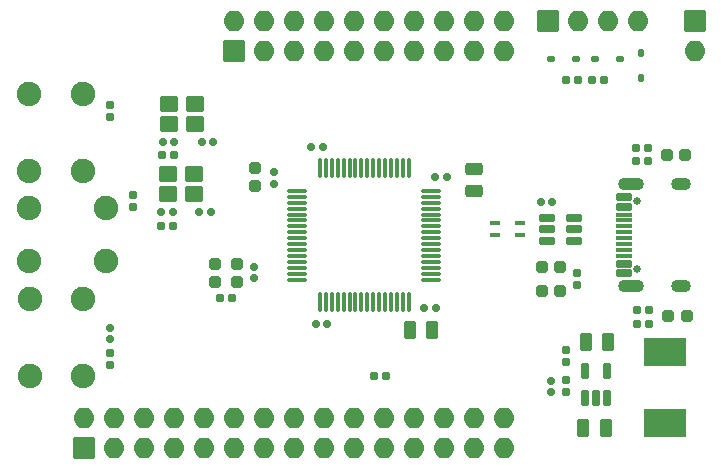
<source format=gbr>
%TF.GenerationSoftware,KiCad,Pcbnew,8.0.7*%
%TF.CreationDate,2024-12-25T08:40:24+02:00*%
%TF.ProjectId,STM32F405RGT6_BlackPill,53544d33-3246-4343-9035-524754365f42,rev?*%
%TF.SameCoordinates,Original*%
%TF.FileFunction,Soldermask,Top*%
%TF.FilePolarity,Negative*%
%FSLAX46Y46*%
G04 Gerber Fmt 4.6, Leading zero omitted, Abs format (unit mm)*
G04 Created by KiCad (PCBNEW 8.0.7) date 2024-12-25 08:40:24*
%MOMM*%
%LPD*%
G01*
G04 APERTURE LIST*
G04 Aperture macros list*
%AMRoundRect*
0 Rectangle with rounded corners*
0 $1 Rounding radius*
0 $2 $3 $4 $5 $6 $7 $8 $9 X,Y pos of 4 corners*
0 Add a 4 corners polygon primitive as box body*
4,1,4,$2,$3,$4,$5,$6,$7,$8,$9,$2,$3,0*
0 Add four circle primitives for the rounded corners*
1,1,$1+$1,$2,$3*
1,1,$1+$1,$4,$5*
1,1,$1+$1,$6,$7*
1,1,$1+$1,$8,$9*
0 Add four rect primitives between the rounded corners*
20,1,$1+$1,$2,$3,$4,$5,0*
20,1,$1+$1,$4,$5,$6,$7,0*
20,1,$1+$1,$6,$7,$8,$9,0*
20,1,$1+$1,$8,$9,$2,$3,0*%
G04 Aperture macros list end*
%ADD10RoundRect,0.038000X-0.850000X-0.850000X0.850000X-0.850000X0.850000X0.850000X-0.850000X0.850000X0*%
%ADD11O,1.776000X1.776000*%
%ADD12RoundRect,0.094000X-0.719000X-0.094000X0.719000X-0.094000X0.719000X0.094000X-0.719000X0.094000X0*%
%ADD13RoundRect,0.094000X-0.094000X-0.719000X0.094000X-0.719000X0.094000X0.719000X-0.094000X0.719000X0*%
%ADD14RoundRect,0.159000X-0.159000X-0.189000X0.159000X-0.189000X0.159000X0.189000X-0.159000X0.189000X0*%
%ADD15C,2.076000*%
%ADD16RoundRect,0.038000X0.381000X0.152400X-0.381000X0.152400X-0.381000X-0.152400X0.381000X-0.152400X0*%
%ADD17RoundRect,0.038000X0.700000X0.600000X-0.700000X0.600000X-0.700000X-0.600000X0.700000X-0.600000X0*%
%ADD18RoundRect,0.169000X0.169000X-0.531500X0.169000X0.531500X-0.169000X0.531500X-0.169000X-0.531500X0*%
%ADD19RoundRect,0.159000X0.189000X-0.159000X0.189000X0.159000X-0.189000X0.159000X-0.189000X-0.159000X0*%
%ADD20RoundRect,0.131500X-0.131500X0.206500X-0.131500X-0.206500X0.131500X-0.206500X0.131500X0.206500X0*%
%ADD21RoundRect,0.154000X0.204000X-0.154000X0.204000X0.154000X-0.204000X0.154000X-0.204000X-0.154000X0*%
%ADD22RoundRect,0.166500X-0.191500X0.166500X-0.191500X-0.166500X0.191500X-0.166500X0.191500X0.166500X0*%
%ADD23RoundRect,0.154000X-0.204000X0.154000X-0.204000X-0.154000X0.204000X-0.154000X0.204000X0.154000X0*%
%ADD24RoundRect,0.154000X0.154000X0.204000X-0.154000X0.204000X-0.154000X-0.204000X0.154000X-0.204000X0*%
%ADD25RoundRect,0.154000X-0.154000X-0.204000X0.154000X-0.204000X0.154000X0.204000X-0.154000X0.204000X0*%
%ADD26RoundRect,0.244000X0.244000X0.269000X-0.244000X0.269000X-0.244000X-0.269000X0.244000X-0.269000X0*%
%ADD27RoundRect,0.269000X0.494000X-0.269000X0.494000X0.269000X-0.494000X0.269000X-0.494000X-0.269000X0*%
%ADD28RoundRect,0.244000X0.269000X-0.244000X0.269000X0.244000X-0.269000X0.244000X-0.269000X-0.244000X0*%
%ADD29RoundRect,0.159000X0.159000X0.189000X-0.159000X0.189000X-0.159000X-0.189000X0.159000X-0.189000X0*%
%ADD30RoundRect,0.269000X0.269000X0.494000X-0.269000X0.494000X-0.269000X-0.494000X0.269000X-0.494000X0*%
%ADD31RoundRect,0.038000X0.850000X-0.850000X0.850000X0.850000X-0.850000X0.850000X-0.850000X-0.850000X0*%
%ADD32RoundRect,0.269000X-0.269000X-0.494000X0.269000X-0.494000X0.269000X0.494000X-0.269000X0.494000X0*%
%ADD33RoundRect,0.237750X-0.237750X-0.275250X0.237750X-0.275250X0.237750X0.275250X-0.237750X0.275250X0*%
%ADD34RoundRect,0.038000X-1.750000X1.175000X-1.750000X-1.175000X1.750000X-1.175000X1.750000X1.175000X0*%
%ADD35RoundRect,0.131500X0.206500X0.131500X-0.206500X0.131500X-0.206500X-0.131500X0.206500X-0.131500X0*%
%ADD36RoundRect,0.131500X-0.206500X-0.131500X0.206500X-0.131500X0.206500X0.131500X-0.206500X0.131500X0*%
%ADD37C,0.650000*%
%ADD38RoundRect,0.169000X0.519000X-0.169000X0.519000X0.169000X-0.519000X0.169000X-0.519000X-0.169000X0*%
%ADD39RoundRect,0.094000X0.594000X-0.094000X0.594000X0.094000X-0.594000X0.094000X-0.594000X-0.094000X0*%
%ADD40O,2.176000X1.076000*%
%ADD41O,1.676000X1.076000*%
%ADD42RoundRect,0.166500X0.166500X0.191500X-0.166500X0.191500X-0.166500X-0.191500X0.166500X-0.191500X0*%
%ADD43RoundRect,0.169000X0.531500X0.169000X-0.531500X0.169000X-0.531500X-0.169000X0.531500X-0.169000X0*%
%ADD44RoundRect,0.237750X0.237750X0.275250X-0.237750X0.275250X-0.237750X-0.275250X0.237750X-0.275250X0*%
G04 APERTURE END LIST*
D10*
%TO.C,J103*%
X136100000Y-36900000D03*
D11*
X136100000Y-39440000D03*
%TD*%
D12*
%TO.C,U100*%
X102425000Y-51250000D03*
X102425000Y-51750000D03*
X102425000Y-52250000D03*
X102425000Y-52750000D03*
X102425000Y-53250000D03*
X102425000Y-53750000D03*
X102425000Y-54250000D03*
X102425000Y-54750000D03*
X102425000Y-55250000D03*
X102425000Y-55750000D03*
X102425000Y-56250000D03*
X102425000Y-56750000D03*
X102425000Y-57250000D03*
X102425000Y-57750000D03*
X102425000Y-58250000D03*
X102425000Y-58750000D03*
D13*
X104350000Y-60675000D03*
X104850000Y-60675000D03*
X105350000Y-60675000D03*
X105850000Y-60675000D03*
X106350000Y-60675000D03*
X106850000Y-60675000D03*
X107350000Y-60675000D03*
X107850000Y-60675000D03*
X108350000Y-60675000D03*
X108850000Y-60675000D03*
X109350000Y-60675000D03*
X109850000Y-60675000D03*
X110350000Y-60675000D03*
X110850000Y-60675000D03*
X111350000Y-60675000D03*
X111850000Y-60675000D03*
D12*
X113775000Y-58750000D03*
X113775000Y-58250000D03*
X113775000Y-57750000D03*
X113775000Y-57250000D03*
X113775000Y-56750000D03*
X113775000Y-56250000D03*
X113775000Y-55750000D03*
X113775000Y-55250000D03*
X113775000Y-54750000D03*
X113775000Y-54250000D03*
X113775000Y-53750000D03*
X113775000Y-53250000D03*
X113775000Y-52750000D03*
X113775000Y-52250000D03*
X113775000Y-51750000D03*
X113775000Y-51250000D03*
D13*
X111850000Y-49325000D03*
X111350000Y-49325000D03*
X110850000Y-49325000D03*
X110350000Y-49325000D03*
X109850000Y-49325000D03*
X109350000Y-49325000D03*
X108850000Y-49325000D03*
X108350000Y-49325000D03*
X107850000Y-49325000D03*
X107350000Y-49325000D03*
X106850000Y-49325000D03*
X106350000Y-49325000D03*
X105850000Y-49325000D03*
X105350000Y-49325000D03*
X104850000Y-49325000D03*
X104350000Y-49325000D03*
%TD*%
D14*
%TO.C,C105*%
X113170000Y-61200000D03*
X114130000Y-61200000D03*
%TD*%
D15*
%TO.C,SW102*%
X79750000Y-52700000D03*
X86250000Y-52700000D03*
X79750000Y-57200000D03*
X86250000Y-57200000D03*
%TD*%
D16*
%TO.C,U201*%
X121314249Y-55000000D03*
X121314249Y-54000000D03*
X119155249Y-54000000D03*
X119155249Y-55000000D03*
%TD*%
D17*
%TO.C,Y100*%
X93700000Y-49800000D03*
X91500000Y-49800000D03*
X91500000Y-51500000D03*
X93700000Y-51500000D03*
%TD*%
D18*
%TO.C,U300*%
X126750000Y-68750000D03*
X127700000Y-68750000D03*
X128650000Y-68750000D03*
X128650000Y-66475000D03*
X126750000Y-66475000D03*
%TD*%
D19*
%TO.C,C304*%
X123900000Y-68280000D03*
X123900000Y-67320000D03*
%TD*%
D15*
%TO.C,SW100*%
X84250000Y-43050000D03*
X84250000Y-49550000D03*
X79750000Y-43050000D03*
X79750000Y-49550000D03*
%TD*%
D19*
%TO.C,C102*%
X100450000Y-50630000D03*
X100450000Y-49670000D03*
%TD*%
D20*
%TO.C,D100*%
X131560000Y-39610000D03*
X131560000Y-41710000D03*
%TD*%
D21*
%TO.C,R102*%
X86600000Y-66010000D03*
X86600000Y-64990000D03*
%TD*%
D22*
%TO.C,L300*%
X126100000Y-58215000D03*
X126100000Y-59185000D03*
%TD*%
D23*
%TO.C,R100*%
X86600000Y-43990000D03*
X86600000Y-45010000D03*
%TD*%
D24*
%TO.C,R101*%
X109950000Y-66950000D03*
X108930000Y-66950000D03*
%TD*%
D25*
%TO.C,R302*%
X131190000Y-62500000D03*
X132210000Y-62500000D03*
%TD*%
D15*
%TO.C,SW101*%
X79800000Y-66900000D03*
X79800000Y-60400000D03*
X84300000Y-66900000D03*
X84300000Y-60400000D03*
%TD*%
D14*
%TO.C,C111*%
X90920000Y-53050000D03*
X91880000Y-53050000D03*
%TD*%
D24*
%TO.C,R103*%
X91910000Y-54200000D03*
X90890000Y-54200000D03*
%TD*%
D25*
%TO.C,R105*%
X127400000Y-41860000D03*
X128420000Y-41860000D03*
%TD*%
D26*
%TO.C,C301*%
X124675000Y-59700000D03*
X123125000Y-59700000D03*
%TD*%
D23*
%TO.C,R301*%
X125200000Y-64740000D03*
X125200000Y-65760000D03*
%TD*%
D27*
%TO.C,C115*%
X117400000Y-51250000D03*
X117400000Y-49350000D03*
%TD*%
D23*
%TO.C,R107*%
X88500000Y-51600000D03*
X88500000Y-52620000D03*
%TD*%
D28*
%TO.C,C101*%
X98850000Y-50825000D03*
X98850000Y-49275000D03*
%TD*%
D19*
%TO.C,C100*%
X86600000Y-63780000D03*
X86600000Y-62820000D03*
%TD*%
D29*
%TO.C,C106*%
X104980000Y-62500000D03*
X104020000Y-62500000D03*
%TD*%
%TO.C,C200*%
X124014749Y-52150000D03*
X123054749Y-52150000D03*
%TD*%
D30*
%TO.C,C303*%
X128550000Y-71350000D03*
X126650000Y-71350000D03*
%TD*%
D31*
%TO.C,J100*%
X123620000Y-36900000D03*
D11*
X126160000Y-36900000D03*
X128700000Y-36900000D03*
X131240000Y-36900000D03*
%TD*%
D24*
%TO.C,R104*%
X92010000Y-48200000D03*
X90990000Y-48200000D03*
%TD*%
%TO.C,R106*%
X126170000Y-41860000D03*
X125150000Y-41860000D03*
%TD*%
D14*
%TO.C,C104*%
X114120000Y-50100000D03*
X115080000Y-50100000D03*
%TD*%
D32*
%TO.C,C114*%
X111950000Y-63050000D03*
X113850000Y-63050000D03*
%TD*%
D25*
%TO.C,R200*%
X131220000Y-61300000D03*
X132240000Y-61300000D03*
%TD*%
%TO.C,R108*%
X131090000Y-47600000D03*
X132110000Y-47600000D03*
%TD*%
D33*
%TO.C,D300*%
X133812500Y-61800000D03*
X135387500Y-61800000D03*
%TD*%
D30*
%TO.C,C302*%
X128750000Y-64050000D03*
X126850000Y-64050000D03*
%TD*%
D26*
%TO.C,C300*%
X124675000Y-57700000D03*
X123125000Y-57700000D03*
%TD*%
D17*
%TO.C,Y1*%
X93800000Y-43900000D03*
X91600000Y-43900000D03*
X91600000Y-45600000D03*
X93800000Y-45600000D03*
%TD*%
D34*
%TO.C,L301*%
X133550000Y-64850000D03*
X133550000Y-70900000D03*
%TD*%
D14*
%TO.C,C103*%
X103620000Y-47500000D03*
X104580000Y-47500000D03*
%TD*%
D29*
%TO.C,C112*%
X95280000Y-47100000D03*
X94320000Y-47100000D03*
%TD*%
D35*
%TO.C,D102*%
X126010000Y-40060000D03*
X123910000Y-40060000D03*
%TD*%
D36*
%TO.C,D101*%
X127660000Y-40060000D03*
X129760000Y-40060000D03*
%TD*%
D37*
%TO.C,J200*%
X131195000Y-57890000D03*
X131195000Y-52110000D03*
D38*
X130055000Y-58200000D03*
X130055000Y-57400000D03*
D39*
X130055000Y-56250000D03*
X130055000Y-55250000D03*
X130055000Y-54750000D03*
X130055000Y-53750000D03*
D38*
X130055000Y-52600000D03*
X130055000Y-51800000D03*
X130055000Y-51800000D03*
X130055000Y-52600000D03*
D39*
X130055000Y-53250000D03*
X130055000Y-54250000D03*
X130055000Y-55750000D03*
X130055000Y-56750000D03*
D38*
X130055000Y-57400000D03*
X130055000Y-58200000D03*
D40*
X130695000Y-59320000D03*
D41*
X134875000Y-59320000D03*
D40*
X130695000Y-50680000D03*
D41*
X134875000Y-50680000D03*
%TD*%
D28*
%TO.C,C108*%
X97300000Y-58950000D03*
X97300000Y-57400000D03*
%TD*%
D19*
%TO.C,C107*%
X98800000Y-58630000D03*
X98800000Y-57670000D03*
%TD*%
D23*
%TO.C,R300*%
X125200000Y-67265000D03*
X125200000Y-68285000D03*
%TD*%
D14*
%TO.C,C113*%
X91020000Y-47100000D03*
X91980000Y-47100000D03*
%TD*%
D28*
%TO.C,C109*%
X95500000Y-58950000D03*
X95500000Y-57400000D03*
%TD*%
D42*
%TO.C,L100*%
X96885000Y-60350000D03*
X95915000Y-60350000D03*
%TD*%
D43*
%TO.C,U200*%
X125822249Y-55450000D03*
X125822249Y-54500000D03*
X125822249Y-53550000D03*
X123547249Y-53550000D03*
X123547249Y-54500000D03*
X123547249Y-55450000D03*
%TD*%
D44*
%TO.C,D103*%
X135287500Y-48200000D03*
X133712500Y-48200000D03*
%TD*%
D31*
%TO.C,J102*%
X97040000Y-39440000D03*
D11*
X97040000Y-36900000D03*
X99580000Y-39440000D03*
X99580000Y-36900000D03*
X102120000Y-39440000D03*
X102120000Y-36900000D03*
X104660000Y-39440000D03*
X104660000Y-36900000D03*
X107200000Y-39440000D03*
X107200000Y-36900000D03*
X109740000Y-39440000D03*
X109740000Y-36900000D03*
X112280000Y-39440000D03*
X112280000Y-36900000D03*
X114820000Y-39440000D03*
X114820000Y-36900000D03*
X117360000Y-39440000D03*
X117360000Y-36900000D03*
X119900000Y-39440000D03*
X119900000Y-36900000D03*
%TD*%
D25*
%TO.C,R201*%
X131090000Y-48750000D03*
X132110000Y-48750000D03*
%TD*%
D29*
%TO.C,C110*%
X95080000Y-53050000D03*
X94120000Y-53050000D03*
%TD*%
D31*
%TO.C,J101*%
X84380000Y-73040000D03*
D11*
X84380000Y-70500000D03*
X86920000Y-73040000D03*
X86920000Y-70500000D03*
X89460000Y-73040000D03*
X89460000Y-70500000D03*
X92000000Y-73040000D03*
X92000000Y-70500000D03*
X94540000Y-73040000D03*
X94540000Y-70500000D03*
X97080000Y-73040000D03*
X97080000Y-70500000D03*
X99620000Y-73040000D03*
X99620000Y-70500000D03*
X102160000Y-73040000D03*
X102160000Y-70500000D03*
X104700000Y-73040000D03*
X104700000Y-70500000D03*
X107240000Y-73040000D03*
X107240000Y-70500000D03*
X109780000Y-73040000D03*
X109780000Y-70500000D03*
X112320000Y-73040000D03*
X112320000Y-70500000D03*
X114860000Y-73040000D03*
X114860000Y-70500000D03*
X117400000Y-73040000D03*
X117400000Y-70500000D03*
X119940000Y-73040000D03*
X119940000Y-70500000D03*
%TD*%
M02*

</source>
